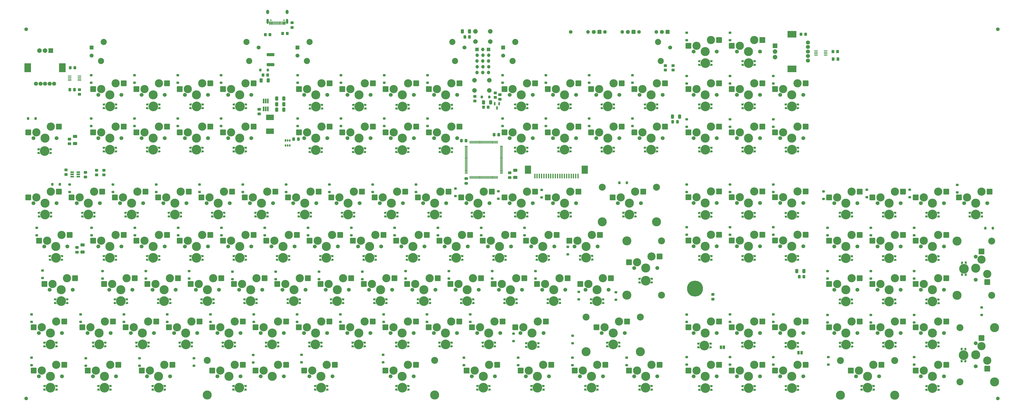
<source format=gbs>
G04 #@! TF.GenerationSoftware,KiCad,Pcbnew,7.0.1*
G04 #@! TF.CreationDate,2023-03-18T22:20:59+01:00*
G04 #@! TF.ProjectId,berlin,6265726c-696e-42e6-9b69-6361645f7063,0.7*
G04 #@! TF.SameCoordinates,Original*
G04 #@! TF.FileFunction,Soldermask,Bot*
G04 #@! TF.FilePolarity,Negative*
%FSLAX46Y46*%
G04 Gerber Fmt 4.6, Leading zero omitted, Abs format (unit mm)*
G04 Created by KiCad (PCBNEW 7.0.1) date 2023-03-18 22:20:59*
%MOMM*%
%LPD*%
G01*
G04 APERTURE LIST*
G04 Aperture macros list*
%AMRoundRect*
0 Rectangle with rounded corners*
0 $1 Rounding radius*
0 $2 $3 $4 $5 $6 $7 $8 $9 X,Y pos of 4 corners*
0 Add a 4 corners polygon primitive as box body*
4,1,4,$2,$3,$4,$5,$6,$7,$8,$9,$2,$3,0*
0 Add four circle primitives for the rounded corners*
1,1,$1+$1,$2,$3*
1,1,$1+$1,$4,$5*
1,1,$1+$1,$6,$7*
1,1,$1+$1,$8,$9*
0 Add four rect primitives between the rounded corners*
20,1,$1+$1,$2,$3,$4,$5,0*
20,1,$1+$1,$4,$5,$6,$7,0*
20,1,$1+$1,$6,$7,$8,$9,0*
20,1,$1+$1,$8,$9,$2,$3,0*%
%AMFreePoly0*
4,1,30,0.664142,0.394142,0.670000,0.380000,0.664142,0.365858,0.650000,0.360000,0.639861,0.360000,0.634589,0.349456,0.637054,0.347963,0.641840,0.336566,0.639014,0.324533,0.590226,0.244034,0.507054,0.075143,0.438918,-0.100353,0.386337,-0.281120,0.368024,-0.373451,0.364615,-0.379544,0.365871,-0.382599,0.359972,-0.396724,0.345813,-0.402541,-0.525058,-0.400000,-0.532121,-0.397049,
-0.539142,-0.394142,-0.539153,-0.394113,-0.539183,-0.394101,-0.542094,-0.387015,-0.545000,-0.380000,-0.545000,0.380000,-0.539142,0.394142,-0.525000,0.400000,0.650000,0.400000,0.664142,0.394142,0.664142,0.394142,$1*%
%AMFreePoly1*
4,1,30,0.359972,0.396724,0.365871,0.382599,0.360054,0.368440,0.348993,0.363820,0.355759,0.340140,0.360464,0.341185,0.371801,0.336259,0.378079,0.325611,0.398169,0.235096,0.453754,0.058186,0.524322,-0.113298,0.609351,-0.278090,0.658787,-0.356530,0.660798,-0.364473,0.664142,-0.365858,0.670000,-0.380000,0.664142,-0.394142,0.650000,-0.400000,-0.525000,-0.400000,-0.539142,-0.394142,
-0.545000,-0.380000,-0.545000,0.380000,-0.542090,0.387022,-0.539183,0.394101,-0.539153,0.394113,-0.539142,0.394142,-0.532121,0.397049,-0.525058,0.400000,0.345813,0.402541,0.359972,0.396724,0.359972,0.396724,$1*%
%AMFreePoly2*
4,1,31,0.575001,0.424979,0.592678,0.417657,0.600000,0.399978,0.592678,0.382301,0.574999,0.374979,0.559850,0.374979,0.541893,0.339064,0.547469,0.335977,0.554005,0.321977,0.551065,0.306808,0.490426,0.197399,0.393857,-0.033392,0.323058,-0.273344,0.301018,-0.396477,0.299621,-0.399085,0.300000,-0.400000,0.292678,-0.417678,0.275000,-0.425000,-0.200000,-0.425000,-0.319736,-0.407785,
-0.429772,-0.357533,-0.521194,-0.278316,-0.586594,-0.176551,-0.620674,-0.060484,-0.620674,0.060484,-0.586594,0.176551,-0.521194,0.278316,-0.429772,0.357533,-0.319736,0.407785,-0.199999,0.425000,0.575001,0.424979,0.575001,0.424979,$1*%
G04 Aperture macros list end*
%ADD10C,4.250000*%
%ADD11FreePoly0,180.000000*%
%ADD12FreePoly1,180.000000*%
%ADD13FreePoly2,0.000000*%
%ADD14FreePoly1,0.000000*%
%ADD15FreePoly0,0.000000*%
%ADD16FreePoly2,180.000000*%
%ADD17C,0.889000*%
%ADD18C,1.778000*%
%ADD19RoundRect,0.177800X-0.711200X-0.711200X0.711200X-0.711200X0.711200X0.711200X-0.711200X0.711200X0*%
%ADD20C,1.800000*%
%ADD21R,2.000000X2.000000*%
%ADD22C,2.000000*%
%ADD23R,4.000000X3.000000*%
%ADD24R,3.000000X4.000000*%
%ADD25FreePoly0,90.000000*%
%ADD26FreePoly1,90.000000*%
%ADD27FreePoly2,270.000000*%
%ADD28FreePoly1,270.000000*%
%ADD29C,1.596000*%
%ADD30R,1.750000X1.750000*%
%ADD31C,1.750000*%
%ADD32C,2.700000*%
%ADD33FreePoly0,270.000000*%
%ADD34FreePoly2,90.000000*%
%ADD35C,0.800000*%
%ADD36C,7.000000*%
%ADD37RoundRect,0.250000X-0.350000X0.250000X-0.350000X-0.250000X0.350000X-0.250000X0.350000X0.250000X0*%
%ADD38C,3.600000*%
%ADD39C,1.701800*%
%ADD40C,3.987800*%
%ADD41RoundRect,0.254000X1.016000X1.016000X-1.016000X1.016000X-1.016000X-1.016000X1.016000X-1.016000X0*%
%ADD42RoundRect,0.250000X0.450000X-0.350000X0.450000X0.350000X-0.450000X0.350000X-0.450000X-0.350000X0*%
%ADD43RoundRect,0.250000X-0.450000X0.350000X-0.450000X-0.350000X0.450000X-0.350000X0.450000X0.350000X0*%
%ADD44RoundRect,0.250000X1.450000X-0.400000X1.450000X0.400000X-1.450000X0.400000X-1.450000X-0.400000X0*%
%ADD45RoundRect,0.250000X0.475000X-0.337500X0.475000X0.337500X-0.475000X0.337500X-0.475000X-0.337500X0*%
%ADD46RoundRect,0.250000X-0.475000X0.337500X-0.475000X-0.337500X0.475000X-0.337500X0.475000X0.337500X0*%
%ADD47R,1.487399X0.431000*%
%ADD48C,3.048000*%
%ADD49RoundRect,0.254000X1.016000X-1.016000X1.016000X1.016000X-1.016000X1.016000X-1.016000X-1.016000X0*%
%ADD50RoundRect,0.250000X-0.412500X-0.650000X0.412500X-0.650000X0.412500X0.650000X-0.412500X0.650000X0*%
%ADD51RoundRect,0.250000X0.650000X-0.412500X0.650000X0.412500X-0.650000X0.412500X-0.650000X-0.412500X0*%
%ADD52R,1.560000X0.650000*%
%ADD53C,0.650000*%
%ADD54RoundRect,0.150000X-0.150000X-0.575000X0.150000X-0.575000X0.150000X0.575000X-0.150000X0.575000X0*%
%ADD55RoundRect,0.075000X-0.075000X-0.650000X0.075000X-0.650000X0.075000X0.650000X-0.075000X0.650000X0*%
%ADD56O,1.100000X2.200000*%
%ADD57O,1.300000X1.900000*%
%ADD58RoundRect,0.250000X0.325000X0.450000X-0.325000X0.450000X-0.325000X-0.450000X0.325000X-0.450000X0*%
%ADD59RoundRect,0.250000X-0.350000X-0.450000X0.350000X-0.450000X0.350000X0.450000X-0.350000X0.450000X0*%
%ADD60RoundRect,0.250000X0.250000X0.350000X-0.250000X0.350000X-0.250000X-0.350000X0.250000X-0.350000X0*%
%ADD61R,1.000000X1.500000*%
%ADD62R,0.650000X1.060000*%
%ADD63RoundRect,0.325000X0.000000X0.205000X0.000000X-0.205000X0.000000X-0.205000X0.000000X0.205000X0*%
%ADD64R,1.524000X1.524000*%
%ADD65O,1.524000X1.524000*%
%ADD66R,1.193800X0.304800*%
%ADD67R,0.304800X1.193800*%
%ADD68RoundRect,0.250000X0.350000X-0.250000X0.350000X0.250000X-0.350000X0.250000X-0.350000X-0.250000X0*%
%ADD69R,3.500000X2.350000*%
%ADD70R,0.650000X2.000000*%
%ADD71RoundRect,0.250000X-0.337500X-0.475000X0.337500X-0.475000X0.337500X0.475000X-0.337500X0.475000X0*%
%ADD72RoundRect,0.150000X-0.150000X0.587500X-0.150000X-0.587500X0.150000X-0.587500X0.150000X0.587500X0*%
%ADD73RoundRect,0.250000X0.350000X0.450000X-0.350000X0.450000X-0.350000X-0.450000X0.350000X-0.450000X0*%
%ADD74RoundRect,0.250000X0.337500X0.475000X-0.337500X0.475000X-0.337500X-0.475000X0.337500X-0.475000X0*%
%ADD75C,1.600000*%
%ADD76O,1.600000X1.600000*%
%ADD77R,0.610000X2.000000*%
%ADD78R,2.680000X3.600000*%
%ADD79RoundRect,0.250000X0.412500X0.650000X-0.412500X0.650000X-0.412500X-0.650000X0.412500X-0.650000X0*%
%ADD80RoundRect,0.250000X-0.450000X0.325000X-0.450000X-0.325000X0.450000X-0.325000X0.450000X0.325000X0*%
%ADD81RoundRect,0.250000X-0.250000X-0.350000X0.250000X-0.350000X0.250000X0.350000X-0.250000X0.350000X0*%
G04 APERTURE END LIST*
D10*
X234212500Y-118065500D03*
D11*
X236879500Y-118865500D03*
D12*
X236854100Y-117265500D03*
D13*
X231647100Y-117265500D03*
D14*
X231570900Y-118865500D03*
D10*
X62762500Y-118080000D03*
D11*
X65429500Y-118880000D03*
D12*
X65404100Y-117280000D03*
D13*
X60197100Y-117280000D03*
D14*
X60120900Y-118880000D03*
D10*
X129275000Y-194275000D03*
D11*
X131942000Y-195075000D03*
D12*
X131916600Y-193475000D03*
D13*
X126709600Y-193475000D03*
D14*
X126633400Y-195075000D03*
D10*
X253262500Y-89490500D03*
D15*
X250595500Y-88690500D03*
D14*
X250620900Y-90290500D03*
D16*
X255827900Y-90290500D03*
D12*
X255904100Y-88690500D03*
D10*
X138962500Y-118065500D03*
D11*
X141629500Y-118865500D03*
D12*
X141604100Y-117265500D03*
D13*
X136397100Y-117265500D03*
D14*
X136320900Y-118865500D03*
D10*
X200975000Y-89725000D03*
D15*
X198308000Y-88925000D03*
D14*
X198333400Y-90525000D03*
D16*
X203540400Y-90525000D03*
D12*
X203616600Y-88925000D03*
D10*
X69874500Y-194265500D03*
D11*
X72541500Y-195065500D03*
D12*
X72516100Y-193465500D03*
D13*
X67309100Y-193465500D03*
D14*
X67232900Y-195065500D03*
D10*
X182015500Y-70567500D03*
D11*
X184682500Y-71367500D03*
D12*
X184657100Y-69767500D03*
D13*
X179450100Y-69767500D03*
D14*
X179373900Y-71367500D03*
D10*
X72325000Y-70455000D03*
D11*
X74992000Y-71255000D03*
D12*
X74966600Y-69655000D03*
D13*
X69759600Y-69655000D03*
D14*
X69683400Y-71255000D03*
D17*
X300205000Y-37675000D03*
X302745000Y-37675000D03*
D18*
X300205000Y-37675000D03*
D19*
X302745000Y-37675000D03*
D10*
X186587500Y-137115500D03*
D15*
X183920500Y-136315500D03*
D14*
X183945900Y-137915500D03*
D16*
X189152900Y-137915500D03*
D12*
X189229100Y-136315500D03*
D10*
X248563500Y-156165500D03*
D11*
X251230500Y-156965500D03*
D12*
X251205100Y-155365500D03*
D13*
X245998100Y-155365500D03*
D14*
X245921900Y-156965500D03*
D10*
X162965500Y-70567500D03*
D11*
X165632500Y-71367500D03*
D12*
X165607100Y-69767500D03*
D13*
X160400100Y-69767500D03*
D14*
X160323900Y-71367500D03*
D20*
X379422000Y-42325000D03*
D21*
X364922000Y-43825000D03*
D22*
X364922000Y-48825000D03*
D20*
X379422000Y-44325000D03*
D22*
X364922000Y-46325000D03*
D20*
X379422000Y-48325000D03*
D23*
X372422000Y-38725000D03*
X372422000Y-53925000D03*
D20*
X379422000Y-50325000D03*
X379422000Y-46325000D03*
D10*
X200975000Y-194275000D03*
D11*
X203642000Y-195075000D03*
D12*
X203616600Y-193475000D03*
D13*
X198409600Y-193475000D03*
D14*
X198333400Y-195075000D03*
D10*
X129437500Y-137115500D03*
D15*
X126770500Y-136315500D03*
D14*
X126795900Y-137915500D03*
D16*
X132002900Y-137915500D03*
D12*
X132079100Y-136315500D03*
D10*
X158012500Y-118065500D03*
D11*
X160679500Y-118865500D03*
D12*
X160654100Y-117265500D03*
D13*
X155447100Y-117265500D03*
D14*
X155370900Y-118865500D03*
D10*
X165251500Y-194265500D03*
D11*
X167918500Y-195065500D03*
D12*
X167893100Y-193465500D03*
D13*
X162686100Y-193465500D03*
D14*
X162609900Y-195065500D03*
D10*
X334288500Y-137115500D03*
D11*
X336955500Y-137915500D03*
D12*
X336930100Y-136315500D03*
D13*
X331723100Y-136315500D03*
D14*
X331646900Y-137915500D03*
D10*
X200938500Y-175215500D03*
D15*
X198271500Y-174415500D03*
D14*
X198296900Y-176015500D03*
D16*
X203503900Y-176015500D03*
D12*
X203580100Y-174415500D03*
D10*
X253262500Y-70440500D03*
D11*
X255929500Y-71240500D03*
D12*
X255904100Y-69640500D03*
D13*
X250697100Y-69640500D03*
D14*
X250620900Y-71240500D03*
D10*
X210463500Y-156165500D03*
D11*
X213130500Y-156965500D03*
D12*
X213105100Y-155365500D03*
D13*
X207898100Y-155365500D03*
D14*
X207821900Y-156965500D03*
D10*
X396137500Y-118065500D03*
D11*
X398804500Y-118865500D03*
D12*
X398779100Y-117265500D03*
D13*
X393572100Y-117265500D03*
D14*
X393495900Y-118865500D03*
D10*
X77113500Y-156165500D03*
D11*
X79780500Y-156965500D03*
D12*
X79755100Y-155365500D03*
D13*
X74548100Y-155365500D03*
D14*
X74471900Y-156965500D03*
D10*
X334288500Y-70440500D03*
D15*
X331621500Y-69640500D03*
D14*
X331646900Y-71240500D03*
D16*
X336853900Y-71240500D03*
D12*
X336930100Y-69640500D03*
D10*
X129475000Y-70455000D03*
D11*
X132142000Y-71255000D03*
D12*
X132116600Y-69655000D03*
D13*
X126909600Y-69655000D03*
D14*
X126833400Y-71255000D03*
D10*
X372388500Y-89490500D03*
D11*
X375055500Y-90290500D03*
D12*
X375030100Y-88690500D03*
D13*
X369823100Y-88690500D03*
D14*
X369746900Y-90290500D03*
D10*
X353338500Y-89490500D03*
D11*
X356005500Y-90290500D03*
D12*
X355980100Y-88690500D03*
D13*
X350773100Y-88690500D03*
D14*
X350696900Y-90290500D03*
D10*
X243737500Y-137115500D03*
D15*
X241070500Y-136315500D03*
D14*
X241095900Y-137915500D03*
D16*
X246302900Y-137915500D03*
D12*
X246379100Y-136315500D03*
D10*
X220125000Y-89725000D03*
D15*
X217458000Y-88925000D03*
D14*
X217483400Y-90525000D03*
D16*
X222690400Y-90525000D03*
D12*
X222766600Y-88925000D03*
D10*
X334288500Y-118192500D03*
D15*
X331621500Y-117392500D03*
D14*
X331646900Y-118992500D03*
D16*
X336853900Y-118992500D03*
D12*
X336930100Y-117392500D03*
D10*
X177062500Y-118065500D03*
D11*
X179729500Y-118865500D03*
D12*
X179704100Y-117265500D03*
D13*
X174497100Y-117265500D03*
D14*
X174420900Y-118865500D03*
D10*
X110387500Y-89490500D03*
D15*
X107720500Y-88690500D03*
D14*
X107745900Y-90290500D03*
D16*
X112952900Y-90290500D03*
D12*
X113029100Y-88690500D03*
D10*
X46125500Y-194265500D03*
D11*
X48792500Y-195065500D03*
D12*
X48767100Y-193465500D03*
D13*
X43560100Y-193465500D03*
D14*
X43483900Y-195065500D03*
D10*
X415187500Y-137242500D03*
D15*
X412520500Y-136442500D03*
D14*
X412545900Y-138042500D03*
D16*
X417752900Y-138042500D03*
D12*
X417829100Y-136442500D03*
D10*
X215162500Y-118065500D03*
D11*
X217829500Y-118865500D03*
D12*
X217804100Y-117265500D03*
D13*
X212597100Y-117265500D03*
D14*
X212520900Y-118865500D03*
D20*
X47750000Y-60433000D03*
D21*
X46250000Y-45933000D03*
D20*
X45750000Y-60433000D03*
D22*
X41250000Y-45933000D03*
X43750000Y-45933000D03*
D20*
X41750000Y-60433000D03*
D24*
X51350000Y-53433000D03*
X36150000Y-53433000D03*
D20*
X39750000Y-60433000D03*
X43750000Y-60433000D03*
D10*
X110387500Y-137115500D03*
D15*
X107720500Y-136315500D03*
D14*
X107745900Y-137915500D03*
D16*
X112952900Y-137915500D03*
D12*
X113029100Y-136315500D03*
D10*
X272312500Y-70440500D03*
D11*
X274979500Y-71240500D03*
D12*
X274954100Y-69640500D03*
D13*
X269747100Y-69640500D03*
D14*
X269670900Y-71240500D03*
D10*
X48538500Y-137115500D03*
D15*
X45871500Y-136315500D03*
D14*
X45896900Y-137915500D03*
D16*
X51103900Y-137915500D03*
D12*
X51180100Y-136315500D03*
D10*
X447905000Y-179905000D03*
D25*
X447105000Y-182572000D03*
D26*
X448705000Y-182546600D03*
D27*
X448705000Y-177339600D03*
D28*
X447105000Y-177263400D03*
D10*
X110425000Y-70455000D03*
D11*
X113092000Y-71255000D03*
D12*
X113066600Y-69655000D03*
D13*
X107859600Y-69655000D03*
D14*
X107783400Y-71255000D03*
D10*
X415187500Y-118065500D03*
D11*
X417854500Y-118865500D03*
D12*
X417829100Y-117265500D03*
D13*
X412622100Y-117265500D03*
D14*
X412545900Y-118865500D03*
D10*
X50824500Y-156165500D03*
D11*
X53491500Y-156965500D03*
D12*
X53466100Y-155365500D03*
D13*
X48259100Y-155365500D03*
D14*
X48182900Y-156965500D03*
D10*
X100862500Y-118080000D03*
D11*
X103529500Y-118880000D03*
D12*
X103504100Y-117280000D03*
D13*
X98297100Y-117280000D03*
D14*
X98220900Y-118880000D03*
D10*
X148487500Y-137115500D03*
D15*
X145820500Y-136315500D03*
D14*
X145845900Y-137915500D03*
D16*
X151052900Y-137915500D03*
D12*
X151129100Y-136315500D03*
D29*
X35475000Y-36475000D03*
D10*
X353338500Y-118192500D03*
D15*
X350671500Y-117392500D03*
D14*
X350696900Y-118992500D03*
D16*
X355903900Y-118992500D03*
D12*
X355980100Y-117392500D03*
D10*
X181761500Y-175215500D03*
D15*
X179094500Y-174415500D03*
D14*
X179119900Y-176015500D03*
D16*
X184326900Y-176015500D03*
D12*
X184403100Y-174415500D03*
D10*
X172236500Y-156165500D03*
D11*
X174903500Y-156965500D03*
D12*
X174878100Y-155365500D03*
D13*
X169671100Y-155365500D03*
D14*
X169594900Y-156965500D03*
D10*
X415285000Y-175295000D03*
D15*
X412618000Y-174495000D03*
D14*
X412643400Y-176095000D03*
D16*
X417850400Y-176095000D03*
D12*
X417926600Y-174495000D03*
D10*
X353255000Y-175295000D03*
D15*
X350588000Y-174495000D03*
D14*
X350613400Y-176095000D03*
D16*
X355820400Y-176095000D03*
D12*
X355896600Y-174495000D03*
D10*
X72287500Y-137115500D03*
D15*
X69620500Y-136315500D03*
D14*
X69645900Y-137915500D03*
D16*
X74852900Y-137915500D03*
D12*
X74929100Y-136315500D03*
D10*
X353338500Y-194392500D03*
D11*
X356005500Y-195192500D03*
D12*
X355980100Y-193592500D03*
D13*
X350773100Y-193592500D03*
D14*
X350696900Y-195192500D03*
D10*
X286663500Y-156165500D03*
D15*
X283996500Y-155365500D03*
D14*
X284021900Y-156965500D03*
D16*
X289228900Y-156965500D03*
D12*
X289305100Y-155365500D03*
D30*
X64221250Y-44575000D03*
D31*
X64221250Y-48075000D03*
X137721250Y-44575000D03*
D32*
X133571250Y-50525000D03*
X68371250Y-50525000D03*
X69571250Y-42125000D03*
X132371250Y-42125000D03*
D10*
X86638500Y-175215500D03*
D15*
X83971500Y-174415500D03*
D14*
X83996900Y-176015500D03*
D16*
X89203900Y-176015500D03*
D12*
X89280100Y-174415500D03*
D10*
X224687500Y-137115500D03*
D15*
X222020500Y-136315500D03*
D14*
X222045900Y-137915500D03*
D16*
X227252900Y-137915500D03*
D12*
X227329100Y-136315500D03*
D10*
X353338500Y-137115500D03*
D11*
X356005500Y-137915500D03*
D12*
X355980100Y-136315500D03*
D13*
X350773100Y-136315500D03*
D14*
X350696900Y-137915500D03*
D17*
X317745000Y-37675000D03*
X315205000Y-37675000D03*
D18*
X315205000Y-37675000D03*
D19*
X317745000Y-37675000D03*
D10*
X300887500Y-118065500D03*
D15*
X298220500Y-117265500D03*
D14*
X298245900Y-118865500D03*
D16*
X303452900Y-118865500D03*
D12*
X303529100Y-117265500D03*
D10*
X262787500Y-137115500D03*
D15*
X260120500Y-136315500D03*
D14*
X260145900Y-137915500D03*
D16*
X265352900Y-137915500D03*
D12*
X265429100Y-136315500D03*
D10*
X372388500Y-118192500D03*
D15*
X369721500Y-117392500D03*
D14*
X369746900Y-118992500D03*
D16*
X374953900Y-118992500D03*
D12*
X375030100Y-117392500D03*
D10*
X93750500Y-194265500D03*
D11*
X96417500Y-195065500D03*
D12*
X96392100Y-193465500D03*
D13*
X91185100Y-193465500D03*
D14*
X91108900Y-195065500D03*
D10*
X448065000Y-141905000D03*
D33*
X448865000Y-139238000D03*
D28*
X447265000Y-139263400D03*
D34*
X447265000Y-144470400D03*
D26*
X448865000Y-144546600D03*
D10*
X229513500Y-156165500D03*
D11*
X232180500Y-156965500D03*
D12*
X232155100Y-155365500D03*
D13*
X226948100Y-155365500D03*
D14*
X226871900Y-156965500D03*
D10*
X434237500Y-194392500D03*
D11*
X436904500Y-195192500D03*
D12*
X436879100Y-193592500D03*
D13*
X431672100Y-193592500D03*
D14*
X431595900Y-195192500D03*
D10*
X372388500Y-194392500D03*
D11*
X375055500Y-195192500D03*
D12*
X375030100Y-193592500D03*
D13*
X369823100Y-193592500D03*
D14*
X369746900Y-195192500D03*
D17*
X285205000Y-37675000D03*
X287745000Y-37675000D03*
D18*
X285205000Y-37675000D03*
D19*
X287745000Y-37675000D03*
D10*
X220115500Y-70567500D03*
D11*
X222782500Y-71367500D03*
D12*
X222757100Y-69767500D03*
D13*
X217550100Y-69767500D03*
D14*
X217473900Y-71367500D03*
D10*
X434237500Y-137242500D03*
D15*
X431570500Y-136442500D03*
D14*
X431595900Y-138042500D03*
D16*
X436802900Y-138042500D03*
D12*
X436879100Y-136442500D03*
D10*
X453287500Y-118065500D03*
D11*
X455954500Y-118865500D03*
D12*
X455929100Y-117265500D03*
D13*
X450722100Y-117265500D03*
D14*
X450645900Y-118865500D03*
D10*
X405700000Y-194280000D03*
D11*
X408367000Y-195080000D03*
D12*
X408341600Y-193480000D03*
D13*
X403134600Y-193480000D03*
D14*
X403058400Y-195080000D03*
D35*
X331631155Y-148818845D03*
X329775000Y-153300000D03*
X332400000Y-150675000D03*
X327918845Y-152531155D03*
X327918845Y-148818845D03*
X329775000Y-148050000D03*
X331631155Y-152531155D03*
X327150000Y-150675000D03*
D36*
X329775000Y-150675000D03*
D29*
X462975000Y-198975000D03*
D10*
X434237500Y-175215500D03*
D15*
X431570500Y-174415500D03*
D14*
X431595900Y-176015500D03*
D16*
X436802900Y-176015500D03*
D12*
X436879100Y-174415500D03*
D10*
X191286500Y-156165500D03*
D11*
X193953500Y-156965500D03*
D12*
X193928100Y-155365500D03*
D13*
X188721100Y-155365500D03*
D14*
X188644900Y-156965500D03*
D10*
X434237500Y-118065500D03*
D11*
X436904500Y-118865500D03*
D12*
X436879100Y-117265500D03*
D13*
X431672100Y-117265500D03*
D14*
X431595900Y-118865500D03*
D10*
X293775500Y-175215500D03*
D15*
X291108500Y-174415500D03*
D14*
X291133900Y-176015500D03*
D16*
X296340900Y-176015500D03*
D12*
X296417100Y-174415500D03*
D22*
X233125000Y-37425000D03*
X239625000Y-37425000D03*
X239625000Y-41925000D03*
X233125000Y-41925000D03*
D10*
X434237500Y-156292500D03*
D11*
X436904500Y-157092500D03*
D12*
X436879100Y-155492500D03*
D13*
X431672100Y-155492500D03*
D14*
X431595900Y-157092500D03*
D10*
X272312500Y-89490500D03*
D15*
X269645500Y-88690500D03*
D14*
X269670900Y-90290500D03*
D16*
X274877900Y-90290500D03*
D12*
X274954100Y-88690500D03*
D10*
X105688500Y-175215500D03*
D15*
X103021500Y-174415500D03*
D14*
X103046900Y-176015500D03*
D16*
X108253900Y-176015500D03*
D12*
X108330100Y-174415500D03*
D10*
X281825000Y-137025000D03*
D11*
X284492000Y-137825000D03*
D12*
X284466600Y-136225000D03*
D13*
X279259600Y-136225000D03*
D14*
X279183400Y-137825000D03*
D10*
X372388500Y-137115500D03*
D11*
X375055500Y-137915500D03*
D12*
X375030100Y-136315500D03*
D13*
X369823100Y-136315500D03*
D14*
X369746900Y-137915500D03*
D10*
X372350000Y-175400000D03*
D15*
X369683000Y-174600000D03*
D14*
X369708400Y-176200000D03*
D16*
X374915400Y-176200000D03*
D12*
X374991600Y-174600000D03*
D10*
X267613500Y-156165500D03*
D11*
X270280500Y-156965500D03*
D12*
X270255100Y-155365500D03*
D13*
X265048100Y-155365500D03*
D14*
X264971900Y-156965500D03*
D10*
X143661500Y-175215500D03*
D15*
X140994500Y-174415500D03*
D14*
X141019900Y-176015500D03*
D16*
X146226900Y-176015500D03*
D12*
X146303100Y-174415500D03*
D10*
X372388500Y-70440500D03*
D15*
X369721500Y-69640500D03*
D14*
X369746900Y-71240500D03*
D16*
X374953900Y-71240500D03*
D12*
X375030100Y-69640500D03*
D10*
X67588500Y-175215500D03*
D15*
X64921500Y-174415500D03*
D14*
X64946900Y-176015500D03*
D16*
X70153900Y-176015500D03*
D12*
X70230100Y-174415500D03*
D10*
X291362500Y-70440500D03*
D11*
X294029500Y-71240500D03*
D12*
X294004100Y-69640500D03*
D13*
X288797100Y-69640500D03*
D14*
X288720900Y-71240500D03*
D10*
X46125500Y-175215500D03*
D15*
X43458500Y-174415500D03*
D14*
X43483900Y-176015500D03*
D16*
X48690900Y-176015500D03*
D12*
X48767100Y-174415500D03*
D10*
X260412000Y-194265500D03*
D11*
X263079000Y-195065500D03*
D12*
X263053600Y-193465500D03*
D13*
X257846600Y-193465500D03*
D14*
X257770400Y-195065500D03*
D10*
X96163500Y-156165500D03*
D11*
X98830500Y-156965500D03*
D12*
X98805100Y-155365500D03*
D13*
X93598100Y-155365500D03*
D14*
X93521900Y-156965500D03*
D29*
X35475000Y-198975000D03*
D10*
X181925000Y-89725000D03*
D15*
X179258000Y-88925000D03*
D14*
X179283400Y-90525000D03*
D16*
X184490400Y-90525000D03*
D12*
X184566600Y-88925000D03*
D10*
X43712500Y-118080000D03*
D11*
X46379500Y-118880000D03*
D12*
X46354100Y-117280000D03*
D13*
X41147100Y-117280000D03*
D14*
X41070900Y-118880000D03*
D10*
X396235000Y-175295000D03*
D15*
X393568000Y-174495000D03*
D14*
X393593400Y-176095000D03*
D16*
X398800400Y-176095000D03*
D12*
X398876600Y-174495000D03*
D10*
X333925000Y-175675000D03*
D15*
X331258000Y-174875000D03*
D14*
X331283400Y-176475000D03*
D16*
X336490400Y-176475000D03*
D12*
X336566600Y-174875000D03*
D10*
X310412500Y-89490500D03*
D15*
X307745500Y-88690500D03*
D14*
X307770900Y-90290500D03*
D16*
X312977900Y-90290500D03*
D12*
X313054100Y-88690500D03*
D10*
X91337500Y-137115500D03*
D15*
X88670500Y-136315500D03*
D14*
X88695900Y-137915500D03*
D16*
X93902900Y-137915500D03*
D12*
X93979100Y-136315500D03*
D10*
X129437500Y-89490500D03*
D15*
X126770500Y-88690500D03*
D14*
X126795900Y-90290500D03*
D16*
X132002900Y-90290500D03*
D12*
X132079100Y-88690500D03*
D10*
X253262500Y-118065500D03*
D11*
X255929500Y-118865500D03*
D12*
X255904100Y-117265500D03*
D13*
X250697100Y-117265500D03*
D14*
X250620900Y-118865500D03*
D10*
X308037000Y-147148500D03*
D15*
X305370000Y-146348500D03*
D14*
X305395400Y-147948500D03*
D16*
X310602400Y-147948500D03*
D12*
X310678600Y-146348500D03*
D10*
X334288500Y-194392500D03*
D11*
X336955500Y-195192500D03*
D12*
X336930100Y-193592500D03*
D13*
X331723100Y-193592500D03*
D14*
X331646900Y-195192500D03*
D10*
X43575000Y-90125000D03*
D15*
X40908000Y-89325000D03*
D14*
X40933400Y-90925000D03*
D16*
X46140400Y-90925000D03*
D12*
X46216600Y-89325000D03*
D10*
X310412500Y-70440500D03*
D11*
X313079500Y-71240500D03*
D12*
X313054100Y-69640500D03*
D13*
X307847100Y-69640500D03*
D14*
X307770900Y-71240500D03*
D10*
X91375000Y-70455000D03*
D11*
X94042000Y-71255000D03*
D12*
X94016600Y-69655000D03*
D13*
X88809600Y-69655000D03*
D14*
X88733400Y-71255000D03*
D10*
X119912500Y-118065500D03*
D11*
X122579500Y-118865500D03*
D12*
X122554100Y-117265500D03*
D13*
X117347100Y-117265500D03*
D14*
X117270900Y-118865500D03*
D10*
X258135000Y-175515000D03*
D15*
X255468000Y-174715000D03*
D14*
X255493400Y-176315000D03*
D16*
X260700400Y-176315000D03*
D12*
X260776600Y-174715000D03*
D10*
X396137500Y-137242500D03*
D15*
X393470500Y-136442500D03*
D14*
X393495900Y-138042500D03*
D16*
X398702900Y-138042500D03*
D12*
X398779100Y-136442500D03*
D10*
X334288500Y-89490500D03*
D11*
X336955500Y-90290500D03*
D12*
X336930100Y-88690500D03*
D13*
X331723100Y-88690500D03*
D14*
X331646900Y-90290500D03*
D10*
X115213500Y-156165500D03*
D11*
X117880500Y-156965500D03*
D12*
X117855100Y-155365500D03*
D13*
X112648100Y-155365500D03*
D14*
X112571900Y-156965500D03*
D10*
X236625500Y-194265500D03*
D11*
X239292500Y-195065500D03*
D12*
X239267100Y-193465500D03*
D13*
X234060100Y-193465500D03*
D14*
X233983900Y-195065500D03*
D10*
X134136500Y-156165500D03*
D11*
X136803500Y-156965500D03*
D12*
X136778100Y-155365500D03*
D13*
X131571100Y-155365500D03*
D14*
X131494900Y-156965500D03*
D10*
X205637500Y-137115500D03*
D15*
X202970500Y-136315500D03*
D14*
X202995900Y-137915500D03*
D16*
X208202900Y-137915500D03*
D12*
X208279100Y-136315500D03*
D10*
X91337500Y-89490500D03*
D15*
X88670500Y-88690500D03*
D14*
X88695900Y-90290500D03*
D16*
X93902900Y-90290500D03*
D12*
X93979100Y-88690500D03*
D10*
X284161000Y-194265500D03*
D11*
X286828000Y-195065500D03*
D12*
X286802600Y-193465500D03*
D13*
X281595600Y-193465500D03*
D14*
X281519400Y-195065500D03*
D10*
X167537500Y-137115500D03*
D15*
X164870500Y-136315500D03*
D14*
X164895900Y-137915500D03*
D16*
X170102900Y-137915500D03*
D12*
X170179100Y-136315500D03*
D30*
X245291500Y-44575000D03*
D31*
X245291500Y-48075000D03*
X318791500Y-44575000D03*
D32*
X313441500Y-42125000D03*
X314641500Y-50525000D03*
X249441500Y-50525000D03*
X250641500Y-42125000D03*
D10*
X396137500Y-156292500D03*
D11*
X398804500Y-157092500D03*
D12*
X398779100Y-155492500D03*
D13*
X393572100Y-155492500D03*
D14*
X393495900Y-157092500D03*
D10*
X291362500Y-89490500D03*
D15*
X288695500Y-88690500D03*
D14*
X288720900Y-90290500D03*
D16*
X293927900Y-90290500D03*
D12*
X294004100Y-88690500D03*
D10*
X272350000Y-118080000D03*
D11*
X275017000Y-118880000D03*
D12*
X274991600Y-117280000D03*
D13*
X269784600Y-117280000D03*
D14*
X269708400Y-118880000D03*
D10*
X219988500Y-175215500D03*
D15*
X217321500Y-174415500D03*
D14*
X217346900Y-176015500D03*
D16*
X222553900Y-176015500D03*
D12*
X222630100Y-174415500D03*
D10*
X124611500Y-175215500D03*
D15*
X121944500Y-174415500D03*
D14*
X121969900Y-176015500D03*
D16*
X127176900Y-176015500D03*
D12*
X127253100Y-174415500D03*
D10*
X162875000Y-89725000D03*
D15*
X160208000Y-88925000D03*
D14*
X160233400Y-90525000D03*
D16*
X165440400Y-90525000D03*
D12*
X165516600Y-88925000D03*
D10*
X239038500Y-175215500D03*
D15*
X236371500Y-174415500D03*
D14*
X236396900Y-176015500D03*
D16*
X241603900Y-176015500D03*
D12*
X241680100Y-174415500D03*
D10*
X353338500Y-51390500D03*
D11*
X356005500Y-52190500D03*
D12*
X355980100Y-50590500D03*
D13*
X350773100Y-50590500D03*
D14*
X350696900Y-52190500D03*
D10*
X307999500Y-194265500D03*
D11*
X310666500Y-195065500D03*
D12*
X310641100Y-193465500D03*
D13*
X305434100Y-193465500D03*
D14*
X305357900Y-195065500D03*
D10*
X81812500Y-118080000D03*
D11*
X84479500Y-118880000D03*
D12*
X84454100Y-117280000D03*
D13*
X79247100Y-117280000D03*
D14*
X79170900Y-118880000D03*
D10*
X153186500Y-156165500D03*
D11*
X155853500Y-156965500D03*
D12*
X155828100Y-155365500D03*
D13*
X150621100Y-155365500D03*
D14*
X150544900Y-156965500D03*
D30*
X154804000Y-44575000D03*
D31*
X154804000Y-48075000D03*
X228304000Y-44575000D03*
D32*
X224154000Y-50525000D03*
X158954000Y-50525000D03*
X160154000Y-42125000D03*
X222954000Y-42125000D03*
D10*
X334288500Y-51390500D03*
D11*
X336955500Y-52190500D03*
D12*
X336930100Y-50590500D03*
D13*
X331723100Y-50590500D03*
D14*
X331646900Y-52190500D03*
D10*
X201065500Y-70567500D03*
D11*
X203732500Y-71367500D03*
D12*
X203707100Y-69767500D03*
D13*
X198500100Y-69767500D03*
D14*
X198423900Y-71367500D03*
D10*
X162711500Y-175215500D03*
D15*
X160044500Y-174415500D03*
D14*
X160069900Y-176015500D03*
D16*
X165276900Y-176015500D03*
D12*
X165353100Y-174415500D03*
D10*
X353338500Y-70440500D03*
D15*
X350671500Y-69640500D03*
D14*
X350696900Y-71240500D03*
D16*
X355903900Y-71240500D03*
D12*
X355980100Y-69640500D03*
D29*
X462975000Y-36475000D03*
D10*
X196112500Y-118065500D03*
D11*
X198779500Y-118865500D03*
D12*
X198754100Y-117265500D03*
D13*
X193547100Y-117265500D03*
D14*
X193470900Y-118865500D03*
D10*
X415187500Y-156292500D03*
D11*
X417854500Y-157092500D03*
D12*
X417829100Y-155492500D03*
D13*
X412622100Y-155492500D03*
D14*
X412545900Y-157092500D03*
D10*
X72287500Y-89490500D03*
D15*
X69620500Y-88690500D03*
D14*
X69645900Y-90290500D03*
D16*
X74852900Y-90290500D03*
D12*
X74929100Y-88690500D03*
D37*
X149795000Y-104873000D03*
X149795000Y-108173000D03*
D38*
X168495750Y-148591750D03*
D39*
X177385750Y-151131750D03*
D38*
X174845750Y-146051750D03*
D39*
X167225750Y-151131750D03*
D40*
X172305750Y-151131750D03*
D41*
X178401750Y-146051750D03*
X164939750Y-148591750D03*
D37*
X264095000Y-56740000D03*
X264095000Y-60040000D03*
D40*
X281843250Y-132081750D03*
D39*
X286923250Y-132081750D03*
D38*
X284383250Y-127001750D03*
D39*
X276763250Y-132081750D03*
D38*
X278033250Y-129541750D03*
D41*
X287939250Y-127001750D03*
X274477250Y-129541750D03*
D37*
X364171000Y-104873000D03*
X364171000Y-108173000D03*
X111695000Y-104873000D03*
X111695000Y-108173000D03*
D42*
X320125000Y-54475000D03*
X320125000Y-52475000D03*
D37*
X302195000Y-75790000D03*
X302195000Y-79090000D03*
D43*
X69625000Y-98575000D03*
X69625000Y-100575000D03*
D37*
X37781000Y-162023000D03*
X37781000Y-165323000D03*
X154875000Y-75790000D03*
X154875000Y-79090000D03*
X243190800Y-107819400D03*
X243190800Y-111119400D03*
D38*
X146270750Y-165101750D03*
D39*
X138650750Y-170181750D03*
D40*
X143730750Y-170181750D03*
D38*
X139920750Y-167641750D03*
D39*
X148810750Y-170181750D03*
D41*
X149826750Y-165101750D03*
X136364750Y-167641750D03*
D38*
X274858250Y-79376750D03*
D39*
X277398250Y-84456750D03*
D38*
X268508250Y-81916750D03*
D40*
X272318250Y-84456750D03*
D39*
X267238250Y-84456750D03*
D41*
X278414250Y-79376750D03*
X264952250Y-81916750D03*
D44*
X142937000Y-52106000D03*
X142937000Y-47656000D03*
D37*
X54545000Y-104873000D03*
X54545000Y-108173000D03*
D38*
X392333250Y-167673500D03*
D39*
X401223250Y-170213500D03*
D40*
X396143250Y-170213500D03*
D39*
X391063250Y-170213500D03*
D38*
X398683250Y-165133500D03*
D41*
X402239250Y-165133500D03*
X388777250Y-167673500D03*
D37*
X192975000Y-75790000D03*
X192975000Y-79090000D03*
D40*
X353280750Y-170213500D03*
D39*
X348200750Y-170213500D03*
D38*
X355820750Y-165133500D03*
D39*
X358360750Y-170213500D03*
D38*
X349470750Y-167673500D03*
D41*
X359376750Y-165133500D03*
X345914750Y-167673500D03*
D37*
X364171000Y-57121000D03*
X364171000Y-60421000D03*
D40*
X177068250Y-113031750D03*
D38*
X173258250Y-110491750D03*
X179608250Y-107951750D03*
D39*
X182148250Y-113031750D03*
X171988250Y-113031750D03*
D41*
X183164250Y-107951750D03*
X169702250Y-110491750D03*
D37*
X245045000Y-75790000D03*
X245045000Y-79090000D03*
X326071000Y-123669000D03*
X326071000Y-126969000D03*
D45*
X248195000Y-101782500D03*
X248195000Y-99707500D03*
D40*
X138968250Y-113031750D03*
D38*
X141508250Y-107951750D03*
D39*
X133888250Y-113031750D03*
X144048250Y-113031750D03*
D38*
X135158250Y-110491750D03*
D41*
X145064250Y-107951750D03*
X131602250Y-110491750D03*
D37*
X40067000Y-123923000D03*
X40067000Y-127223000D03*
D38*
X349502500Y-129510000D03*
X355852500Y-126970000D03*
D39*
X348232500Y-132050000D03*
D40*
X353312500Y-132050000D03*
D39*
X358392500Y-132050000D03*
D41*
X359408500Y-126970000D03*
X345946500Y-129510000D03*
D37*
X206945000Y-104873000D03*
X206945000Y-108173000D03*
X455865000Y-158975000D03*
X455865000Y-162275000D03*
D46*
X229043000Y-102234300D03*
X229043000Y-104309300D03*
D37*
X64070000Y-75790000D03*
X64070000Y-79090000D03*
D38*
X112933250Y-60326750D03*
D39*
X115473250Y-65406750D03*
X105313250Y-65406750D03*
D40*
X110393250Y-65406750D03*
D38*
X106583250Y-62866750D03*
D41*
X116489250Y-60326750D03*
X103027250Y-62866750D03*
D38*
X249458410Y-62866750D03*
D39*
X248188410Y-65406750D03*
X258348410Y-65406750D03*
D38*
X255808410Y-60326750D03*
D40*
X253268410Y-65406750D03*
D41*
X259364410Y-60326750D03*
X245902410Y-62866750D03*
D37*
X116521000Y-162023000D03*
X116521000Y-165323000D03*
D47*
X382992400Y-47934999D03*
X382992400Y-47285001D03*
X382992400Y-46634999D03*
X382992400Y-45985001D03*
X387259600Y-45985001D03*
X387259600Y-46634999D03*
X387259600Y-47285001D03*
X387259600Y-47934999D03*
D48*
X460278250Y-153576500D03*
D39*
X453293250Y-136558500D03*
D40*
X445038250Y-129700500D03*
D38*
X458373250Y-144178500D03*
X455833250Y-137828500D03*
D40*
X453293250Y-141638500D03*
D39*
X453293250Y-146718500D03*
D48*
X460278250Y-129700500D03*
D40*
X445038250Y-153576500D03*
D49*
X458373250Y-147734500D03*
X455833250Y-134272500D03*
D37*
X121347000Y-123923000D03*
X121347000Y-127223000D03*
D39*
X296448250Y-65406750D03*
D38*
X293908250Y-60326750D03*
X287558250Y-62866750D03*
D39*
X286288250Y-65406750D03*
D40*
X291368250Y-65406750D03*
D41*
X297464250Y-60326750D03*
X284002250Y-62866750D03*
D40*
X129445000Y-84455000D03*
D38*
X125635000Y-81915000D03*
X131985000Y-79375000D03*
D39*
X124365000Y-84455000D03*
X134525000Y-84455000D03*
D41*
X135541000Y-79375000D03*
X122079000Y-81915000D03*
D37*
X251903000Y-181073000D03*
X251903000Y-184373000D03*
D38*
X430433250Y-148623500D03*
D39*
X439323250Y-151163500D03*
X429163250Y-151163500D03*
D40*
X434243250Y-151163500D03*
D38*
X436783250Y-146083500D03*
D41*
X440339250Y-146083500D03*
X426877250Y-148623500D03*
D38*
X336802500Y-41245000D03*
D40*
X334262500Y-46325000D03*
D38*
X330452500Y-43785000D03*
D39*
X339342500Y-46325000D03*
X329182500Y-46325000D03*
D41*
X340358500Y-41245000D03*
X326896500Y-43785000D03*
D38*
X160558250Y-107951750D03*
X154208250Y-110491750D03*
D40*
X158018250Y-113031750D03*
D39*
X152938250Y-113031750D03*
X163098250Y-113031750D03*
D41*
X164114250Y-107951750D03*
X150652250Y-110491750D03*
D40*
X334262500Y-113000000D03*
D38*
X336802500Y-107920000D03*
D39*
X329182500Y-113000000D03*
X339342500Y-113000000D03*
D38*
X330452500Y-110460000D03*
D41*
X340358500Y-107920000D03*
X326896500Y-110460000D03*
D37*
X326071000Y-76171000D03*
X326071000Y-79471000D03*
D50*
X236712500Y-68675000D03*
X239837500Y-68675000D03*
D43*
X66425000Y-98575000D03*
X66425000Y-100575000D03*
D37*
X159447000Y-123923000D03*
X159447000Y-127223000D03*
X388047000Y-123923000D03*
X388047000Y-127223000D03*
X145223000Y-143227000D03*
X145223000Y-146527000D03*
X262240800Y-107235200D03*
X262240800Y-110535200D03*
D39*
X134523250Y-132081750D03*
D38*
X131983250Y-127001750D03*
D40*
X129443250Y-132081750D03*
D39*
X124363250Y-132081750D03*
D38*
X125633250Y-129541750D03*
D41*
X135539250Y-127001750D03*
X122077250Y-129541750D03*
D39*
X265492000Y-189231750D03*
D38*
X262952000Y-184151750D03*
D40*
X260412000Y-189231750D03*
D38*
X256602000Y-186691750D03*
D39*
X255332000Y-189231750D03*
D41*
X266508000Y-184151750D03*
X253046000Y-186691750D03*
D37*
X102297000Y-123923000D03*
X102297000Y-127223000D03*
D51*
X56975000Y-86837500D03*
X56975000Y-83712500D03*
D38*
X63720750Y-167641750D03*
X70070750Y-165101750D03*
D39*
X62450750Y-170181750D03*
D40*
X67530750Y-170181750D03*
D39*
X72610750Y-170181750D03*
D41*
X73626750Y-165101750D03*
X60164750Y-167641750D03*
D38*
X265333250Y-127001750D03*
X258983250Y-129541750D03*
D40*
X262793250Y-132081750D03*
D39*
X267873250Y-132081750D03*
X257713250Y-132081750D03*
D41*
X268889250Y-127001750D03*
X255427250Y-129541750D03*
D37*
X228027000Y-181073000D03*
X228027000Y-184373000D03*
D40*
X124675000Y-189225000D03*
D39*
X129755000Y-189225000D03*
D38*
X120865000Y-186685000D03*
D39*
X119595000Y-189225000D03*
D38*
X127215000Y-184145000D03*
D41*
X130771000Y-184145000D03*
X117309000Y-186685000D03*
D38*
X130395750Y-148591750D03*
X136745750Y-146051750D03*
D39*
X129125750Y-151131750D03*
X139285750Y-151131750D03*
D40*
X134205750Y-151131750D03*
D41*
X140301750Y-146051750D03*
X126839750Y-148591750D03*
D52*
X58341000Y-99429000D03*
X58341000Y-100379000D03*
X58341000Y-101329000D03*
X55641000Y-101329000D03*
X55641000Y-100379000D03*
X55641000Y-99429000D03*
D37*
X73595000Y-104873000D03*
X73595000Y-108173000D03*
D40*
X186593250Y-132081750D03*
D38*
X182783250Y-129541750D03*
D39*
X191673250Y-132081750D03*
X181513250Y-132081750D03*
D38*
X189133250Y-127001750D03*
D41*
X192689250Y-127001750D03*
X179227250Y-129541750D03*
D37*
X183323000Y-143227000D03*
X183323000Y-146527000D03*
X164273000Y-143227000D03*
X164273000Y-146527000D03*
X192721000Y-162023000D03*
X192721000Y-165323000D03*
X130745000Y-104873000D03*
X130745000Y-108173000D03*
D40*
X162780750Y-170181750D03*
D39*
X157700750Y-170181750D03*
D38*
X158970750Y-167641750D03*
D39*
X167860750Y-170181750D03*
D38*
X165320750Y-165101750D03*
D41*
X168876750Y-165101750D03*
X155414750Y-167641750D03*
D37*
X426147000Y-180819000D03*
X426147000Y-184119000D03*
X202373000Y-142973000D03*
X202373000Y-146273000D03*
D22*
X232725000Y-58925000D03*
X239225000Y-58925000D03*
X232725000Y-63425000D03*
X239225000Y-63425000D03*
D39*
X263110750Y-170181750D03*
D38*
X260570750Y-165101750D03*
D40*
X258030750Y-170181750D03*
D39*
X252950750Y-170181750D03*
D38*
X254220750Y-167641750D03*
D41*
X264126750Y-165101750D03*
X250664750Y-167641750D03*
D37*
X192975000Y-56740000D03*
X192975000Y-60040000D03*
D38*
X312958250Y-60326750D03*
D39*
X315498250Y-65406750D03*
D38*
X306608250Y-62866750D03*
D39*
X305338250Y-65406750D03*
D40*
X310418250Y-65406750D03*
D41*
X316514250Y-60326750D03*
X303052250Y-62866750D03*
D37*
X102170000Y-75790000D03*
X102170000Y-79090000D03*
X388047000Y-142973000D03*
X388047000Y-146273000D03*
D39*
X377442500Y-84425000D03*
D40*
X372362500Y-84425000D03*
D38*
X368552500Y-81885000D03*
D39*
X367282500Y-84425000D03*
D38*
X374902500Y-79345000D03*
D41*
X378458500Y-79345000D03*
X364996500Y-81885000D03*
D37*
X264095000Y-75790000D03*
X264095000Y-79090000D03*
D45*
X54515000Y-86902500D03*
X54515000Y-84827500D03*
D53*
X143095000Y-32521500D03*
X148875000Y-32521500D03*
D54*
X142735000Y-33847500D03*
X143535000Y-33847500D03*
D55*
X144735000Y-33847500D03*
X145731000Y-33847500D03*
X146235000Y-33847500D03*
X147235000Y-33847500D03*
D54*
X149235000Y-33847500D03*
X148435000Y-33847500D03*
D55*
X147735000Y-33847500D03*
X146735000Y-33847500D03*
X145235000Y-33847500D03*
X144235000Y-33847500D03*
D56*
X141685000Y-33072500D03*
D57*
X150285000Y-28872500D03*
X141685000Y-28872500D03*
D56*
X150285000Y-33072500D03*
D58*
X56840000Y-53437000D03*
X54790000Y-53437000D03*
D37*
X156625000Y-179775000D03*
X156625000Y-183075000D03*
X426147000Y-162277000D03*
X426147000Y-165577000D03*
D38*
X287558250Y-81916750D03*
X293908250Y-79376750D03*
D39*
X296448250Y-84456750D03*
D40*
X291368250Y-84456750D03*
D39*
X286288250Y-84456750D03*
D41*
X297464250Y-79376750D03*
X284002250Y-81916750D03*
D38*
X68483250Y-81916750D03*
D40*
X72293250Y-84456750D03*
D38*
X74833250Y-79376750D03*
D39*
X67213250Y-84456750D03*
X77373250Y-84456750D03*
D41*
X78389250Y-79376750D03*
X64927250Y-81916750D03*
D59*
X139651000Y-56653000D03*
X141651000Y-56653000D03*
D38*
X72452000Y-184151750D03*
X66102000Y-186691750D03*
D39*
X64832000Y-189231750D03*
X74992000Y-189231750D03*
D40*
X69912000Y-189231750D03*
D41*
X76008000Y-184151750D03*
X62546000Y-186691750D03*
D60*
X39558000Y-75789000D03*
X36258000Y-75789000D03*
D39*
X248823250Y-132081750D03*
D40*
X243743250Y-132081750D03*
D38*
X239933250Y-129541750D03*
X246283250Y-127001750D03*
D39*
X238663250Y-132081750D03*
D41*
X249839250Y-127001750D03*
X236377250Y-129541750D03*
D40*
X286605750Y-151131750D03*
D39*
X291685750Y-151131750D03*
D38*
X289145750Y-146051750D03*
X282795750Y-148591750D03*
D39*
X281525750Y-151131750D03*
D41*
X292701750Y-146051750D03*
X279239750Y-148591750D03*
D37*
X407097000Y-123923000D03*
X407097000Y-127223000D03*
D48*
X446308250Y-167800500D03*
D40*
X461548250Y-167800500D03*
D39*
X453293250Y-184818500D03*
D40*
X461548250Y-191676500D03*
D39*
X453293250Y-174658500D03*
D48*
X446308250Y-191676500D03*
D38*
X458373250Y-182278500D03*
X455833250Y-175928500D03*
D40*
X453293250Y-179738500D03*
D49*
X458373250Y-185834500D03*
X455833250Y-172372500D03*
D40*
X334235000Y-170215000D03*
D39*
X339315000Y-170215000D03*
D38*
X330425000Y-167675000D03*
X336775000Y-165135000D03*
D39*
X329155000Y-170215000D03*
D41*
X340331000Y-165135000D03*
X326869000Y-167675000D03*
D61*
X375325000Y-178825000D03*
X376625000Y-178825000D03*
D37*
X345121000Y-123669000D03*
X345121000Y-126969000D03*
X345121000Y-162023000D03*
X345121000Y-165323000D03*
D62*
X149541000Y-85441000D03*
D63*
X150491000Y-85441000D03*
X151441000Y-85441000D03*
X151441000Y-87641000D03*
X150491000Y-87641000D03*
X149541000Y-87641000D03*
D37*
X135375000Y-179825000D03*
X135375000Y-183125000D03*
X211771000Y-162023000D03*
X211771000Y-165323000D03*
D64*
X238885500Y-45410600D03*
X233809500Y-45410600D03*
D65*
X236345500Y-45410600D03*
X233936500Y-47950600D03*
X239012500Y-47950600D03*
X236472500Y-47950600D03*
X233809500Y-50490600D03*
X238885500Y-50490600D03*
X236345500Y-50490600D03*
X233936500Y-53030600D03*
X239012500Y-53030600D03*
X236472500Y-53030600D03*
X238885500Y-55570600D03*
X233809500Y-55570600D03*
X236345500Y-55570600D03*
D37*
X88073000Y-142973000D03*
X88073000Y-146273000D03*
D66*
X244540000Y-87949999D03*
X244540000Y-88450001D03*
X244540000Y-88950000D03*
X244540000Y-89449999D03*
X244540000Y-89950000D03*
X244540000Y-90449999D03*
X244540000Y-90950001D03*
X244540000Y-91450000D03*
X244540000Y-91949999D03*
X244540000Y-92450000D03*
X244540000Y-92949999D03*
X244540000Y-93449998D03*
X244540000Y-93950000D03*
X244540000Y-94449999D03*
X244540000Y-94950001D03*
X244540000Y-95450000D03*
X244540000Y-95949999D03*
X244540000Y-96450000D03*
X244540000Y-96949999D03*
X244540000Y-97450001D03*
X244540000Y-97950000D03*
X244540000Y-98449999D03*
X244540000Y-98950000D03*
X244540000Y-99449999D03*
X244540000Y-99950001D03*
D67*
X242790001Y-101700000D03*
X242289999Y-101700000D03*
X241790000Y-101700000D03*
X241290001Y-101700000D03*
X240790000Y-101700000D03*
X240290001Y-101700000D03*
X239789999Y-101700000D03*
X239290000Y-101700000D03*
X238790001Y-101700000D03*
X238290000Y-101700000D03*
X237790001Y-101700000D03*
X237289999Y-101700000D03*
X236790000Y-101700000D03*
X236290001Y-101700000D03*
X235789999Y-101700000D03*
X235290000Y-101700000D03*
X234789999Y-101700000D03*
X234290000Y-101700000D03*
X233790001Y-101700000D03*
X233289999Y-101700000D03*
X232790000Y-101700000D03*
X232289999Y-101700000D03*
X231790000Y-101700000D03*
X231290001Y-101700000D03*
X230789999Y-101700000D03*
D66*
X229040000Y-99950001D03*
X229040000Y-99449999D03*
X229040000Y-98950000D03*
X229040000Y-98450001D03*
X229040000Y-97950000D03*
X229040000Y-97450001D03*
X229040000Y-96949999D03*
X229040000Y-96450000D03*
X229040000Y-95950001D03*
X229040000Y-95450000D03*
X229040000Y-94950001D03*
X229040000Y-94449999D03*
X229040000Y-93950000D03*
X229040000Y-93450001D03*
X229040000Y-92949999D03*
X229040000Y-92450000D03*
X229040000Y-91949999D03*
X229040000Y-91450000D03*
X229040000Y-90950001D03*
X229040000Y-90449999D03*
X229040000Y-89950000D03*
X229040000Y-89449999D03*
X229040000Y-88950000D03*
X229040000Y-88450001D03*
X229040000Y-87949999D03*
D67*
X230789999Y-86200000D03*
X231290001Y-86200000D03*
X231790000Y-86200000D03*
X232289999Y-86200000D03*
X232790000Y-86200000D03*
X233289999Y-86200000D03*
X233790001Y-86200000D03*
X234290000Y-86200000D03*
X234789999Y-86200000D03*
X235290000Y-86200000D03*
X235789999Y-86200000D03*
X236290001Y-86200000D03*
X236790000Y-86200000D03*
X237289999Y-86200000D03*
X237790001Y-86200000D03*
X238290000Y-86200000D03*
X238790001Y-86200000D03*
X239290000Y-86200000D03*
X239789999Y-86200000D03*
X240290001Y-86200000D03*
X240790000Y-86200000D03*
X241290001Y-86200000D03*
X241790000Y-86200000D03*
X242289999Y-86200000D03*
X242790001Y-86200000D03*
D37*
X140397000Y-123923000D03*
X140397000Y-127223000D03*
D50*
X145692500Y-71926000D03*
X148817500Y-71926000D03*
D38*
X155795750Y-146051750D03*
D39*
X158335750Y-151131750D03*
D40*
X153255750Y-151131750D03*
D39*
X148175750Y-151131750D03*
D38*
X149445750Y-148591750D03*
D41*
X159351750Y-146051750D03*
X145889750Y-148591750D03*
D68*
X278573000Y-155417000D03*
X278573000Y-152117000D03*
D45*
X61479000Y-101562500D03*
X61479000Y-99487500D03*
D37*
X326071000Y-57121000D03*
X326071000Y-60421000D03*
D40*
X248505750Y-151131750D03*
D38*
X251045750Y-146051750D03*
D39*
X243425750Y-151131750D03*
X253585750Y-151131750D03*
D38*
X244695750Y-148591750D03*
D41*
X254601750Y-146051750D03*
X241139750Y-148591750D03*
D40*
X415193250Y-170213500D03*
D39*
X410113250Y-170213500D03*
D38*
X411383250Y-167673500D03*
X417733250Y-165133500D03*
D39*
X420273250Y-170213500D03*
D41*
X421289250Y-165133500D03*
X407827250Y-167673500D03*
D48*
X288955250Y-106046750D03*
D40*
X300893250Y-113031750D03*
X288955250Y-121286750D03*
D39*
X305973250Y-113031750D03*
X295813250Y-113031750D03*
D38*
X303433250Y-107951750D03*
D48*
X312831250Y-106046750D03*
D40*
X312831250Y-121286750D03*
D38*
X297083250Y-110491750D03*
D41*
X306989250Y-107951750D03*
X293527250Y-110491750D03*
D37*
X245045000Y-56740000D03*
X245045000Y-60040000D03*
X405369800Y-107133600D03*
X405369800Y-110433600D03*
X126173000Y-143227000D03*
X126173000Y-146527000D03*
D39*
X225106000Y-65406750D03*
D40*
X220026000Y-65406750D03*
D38*
X216216000Y-62866750D03*
X222566000Y-60326750D03*
D39*
X214946000Y-65406750D03*
D41*
X226122000Y-60326750D03*
X212660000Y-62866750D03*
D39*
X86263250Y-84456750D03*
D40*
X91343250Y-84456750D03*
D38*
X87533250Y-81916750D03*
D39*
X96423250Y-84456750D03*
D38*
X93883250Y-79376750D03*
D41*
X97439250Y-79376750D03*
X83977250Y-81916750D03*
D37*
X92645000Y-104873000D03*
X92645000Y-108173000D03*
X121220000Y-56740000D03*
X121220000Y-60040000D03*
X326065250Y-162034500D03*
X326065250Y-165334500D03*
D38*
X53402000Y-146051750D03*
D40*
X50862000Y-151131750D03*
D39*
X45782000Y-151131750D03*
X55942000Y-151131750D03*
D38*
X47052000Y-148591750D03*
D41*
X56958000Y-146051750D03*
X43496000Y-148591750D03*
D69*
X142683000Y-75304000D03*
X142683000Y-81354000D03*
D37*
X283145000Y-56740000D03*
X283145000Y-60040000D03*
D51*
X60275000Y-134537500D03*
X60275000Y-131412500D03*
D37*
X37781000Y-181073000D03*
X37781000Y-184373000D03*
X388375000Y-180825000D03*
X388375000Y-184125000D03*
D60*
X460817000Y-124049000D03*
X457517000Y-124049000D03*
D38*
X417733250Y-107983500D03*
X411383250Y-110523500D03*
D39*
X410113250Y-113063500D03*
X420273250Y-113063500D03*
D40*
X415193250Y-113063500D03*
D41*
X421289250Y-107983500D03*
X407827250Y-110523500D03*
D37*
X216597000Y-123923000D03*
X216597000Y-127223000D03*
D70*
X139878800Y-68135400D03*
X140828800Y-68135400D03*
X141778800Y-68135400D03*
X141778800Y-71555400D03*
X140828800Y-71555400D03*
X139878800Y-71555400D03*
D40*
X165162000Y-189231750D03*
D48*
X215200000Y-182246750D03*
D40*
X215200000Y-197486750D03*
D48*
X115124000Y-182246750D03*
D38*
X161352000Y-186691750D03*
D39*
X160082000Y-189231750D03*
D38*
X167702000Y-184151750D03*
D40*
X115124000Y-197486750D03*
D39*
X170242000Y-189231750D03*
D41*
X171258000Y-184151750D03*
X157796000Y-186691750D03*
D71*
X390565500Y-49627000D03*
X392640500Y-49627000D03*
D72*
X241625000Y-69287500D03*
X243525000Y-69287500D03*
X242575000Y-71162500D03*
D38*
X44670750Y-129541750D03*
D39*
X53560750Y-132081750D03*
D40*
X48480750Y-132081750D03*
D39*
X43400750Y-132081750D03*
D38*
X51020750Y-127001750D03*
D41*
X54576750Y-127001750D03*
X41114750Y-129541750D03*
D40*
X119918250Y-113031750D03*
D39*
X124998250Y-113031750D03*
D38*
X122458250Y-107951750D03*
X116108250Y-110491750D03*
D39*
X114838250Y-113031750D03*
D41*
X126014250Y-107951750D03*
X112552250Y-110491750D03*
D39*
X200563250Y-132081750D03*
X210723250Y-132081750D03*
D38*
X201833250Y-129541750D03*
D40*
X205643250Y-132081750D03*
D38*
X208183250Y-127001750D03*
D41*
X211739250Y-127001750D03*
X198277250Y-129541750D03*
D38*
X184466106Y-60326750D03*
D39*
X187006106Y-65406750D03*
X176846106Y-65406750D03*
D40*
X181926106Y-65406750D03*
D38*
X178116106Y-62866750D03*
D41*
X188022106Y-60326750D03*
X174560106Y-62866750D03*
D37*
X259523000Y-142973000D03*
X259523000Y-146273000D03*
X364171000Y-180819000D03*
X364171000Y-184119000D03*
D51*
X250655000Y-101717500D03*
X250655000Y-98592500D03*
D73*
X142692400Y-38882800D03*
X140692400Y-38882800D03*
D74*
X243415500Y-82951800D03*
X241340500Y-82951800D03*
D39*
X51179500Y-170181750D03*
D38*
X48639500Y-165101750D03*
D40*
X46099500Y-170181750D03*
D38*
X42289500Y-167641750D03*
D39*
X41019500Y-170181750D03*
D41*
X52195500Y-165101750D03*
X38733500Y-167641750D03*
D37*
X426147000Y-123923000D03*
X426147000Y-127223000D03*
D38*
X106583250Y-129541750D03*
D39*
X115473250Y-132081750D03*
D40*
X110393250Y-132081750D03*
D38*
X112933250Y-127001750D03*
D39*
X105313250Y-132081750D03*
D41*
X116489250Y-127001750D03*
X103027250Y-129541750D03*
D37*
X326071000Y-180819000D03*
X326071000Y-184119000D03*
D68*
X249875000Y-173765000D03*
X249875000Y-170465000D03*
D39*
X258348250Y-84456750D03*
D40*
X253268250Y-84456750D03*
D39*
X248188250Y-84456750D03*
D38*
X249458250Y-81916750D03*
X255808250Y-79376750D03*
D41*
X259364250Y-79376750D03*
X245902250Y-81916750D03*
D37*
X299655000Y-181073000D03*
X299655000Y-184373000D03*
X64070000Y-56740000D03*
X64070000Y-60040000D03*
X42607000Y-142719000D03*
X42607000Y-146019000D03*
D39*
X439323250Y-113063500D03*
D40*
X434243250Y-113063500D03*
D38*
X430433250Y-110523500D03*
D39*
X429163250Y-113063500D03*
D38*
X436783250Y-107983500D03*
D41*
X440339250Y-107983500D03*
X426877250Y-110523500D03*
D68*
X275895000Y-174655000D03*
X275895000Y-171355000D03*
D39*
X157796090Y-65406750D03*
X167956090Y-65406750D03*
D38*
X165416090Y-60326750D03*
D40*
X162876090Y-65406750D03*
D38*
X159066090Y-62866750D03*
D41*
X168972090Y-60326750D03*
X155510090Y-62866750D03*
D40*
X353312500Y-84425000D03*
D39*
X358392500Y-84425000D03*
D38*
X355852500Y-79345000D03*
D39*
X348232500Y-84425000D03*
D38*
X349502500Y-81885000D03*
D41*
X359408500Y-79345000D03*
X345946500Y-81885000D03*
D58*
X378404000Y-38705000D03*
X376354000Y-38705000D03*
D42*
X232875000Y-68075000D03*
X232875000Y-66075000D03*
D37*
X85279000Y-181327000D03*
X85279000Y-184627000D03*
D39*
X239298250Y-113031750D03*
D38*
X230408250Y-110491750D03*
X236758250Y-107951750D03*
D40*
X234218250Y-113031750D03*
D39*
X229138250Y-113031750D03*
D41*
X240314250Y-107951750D03*
X226852250Y-110491750D03*
D38*
X197065000Y-186685000D03*
D39*
X195795000Y-189225000D03*
X205955000Y-189225000D03*
D38*
X203415000Y-184145000D03*
D40*
X200875000Y-189225000D03*
D41*
X206971000Y-184145000D03*
X193509000Y-186685000D03*
D38*
X92295750Y-148591750D03*
D39*
X91025750Y-151131750D03*
X101185750Y-151131750D03*
D38*
X98645750Y-146051750D03*
D40*
X96105750Y-151131750D03*
D41*
X102201750Y-146051750D03*
X88739750Y-148591750D03*
D39*
X401223250Y-151163500D03*
D38*
X398683250Y-146083500D03*
D40*
X396143250Y-151163500D03*
D39*
X391063250Y-151163500D03*
D38*
X392333250Y-148623500D03*
D41*
X402239250Y-146083500D03*
X388777250Y-148623500D03*
D38*
X211358250Y-110491750D03*
D40*
X215168250Y-113031750D03*
D39*
X210088250Y-113031750D03*
X220248250Y-113031750D03*
D38*
X217708250Y-107951750D03*
D41*
X221264250Y-107951750D03*
X207802250Y-110491750D03*
D40*
X72293250Y-65406750D03*
D39*
X77373250Y-65406750D03*
X67213250Y-65406750D03*
D38*
X74833250Y-60326750D03*
X68483250Y-62866750D03*
D41*
X78389250Y-60326750D03*
X64927250Y-62866750D03*
D48*
X315022000Y-153544750D03*
D40*
X299782000Y-129668750D03*
X308037000Y-141606750D03*
D39*
X302957000Y-141606750D03*
D38*
X310577000Y-136526750D03*
X304227000Y-139066750D03*
D39*
X313117000Y-141606750D03*
D40*
X299782000Y-153544750D03*
D48*
X315022000Y-129668750D03*
D41*
X314133000Y-136526750D03*
X300671000Y-139066750D03*
D37*
X407097000Y-142973000D03*
X407097000Y-146273000D03*
D39*
X244060750Y-170181750D03*
D40*
X238980750Y-170181750D03*
D38*
X241520750Y-165101750D03*
D39*
X233900750Y-170181750D03*
D38*
X235170750Y-167641750D03*
D41*
X245076750Y-165101750D03*
X231614750Y-167641750D03*
D45*
X57815000Y-134602500D03*
X57815000Y-132527500D03*
D75*
X275075000Y-37675000D03*
D76*
X282695000Y-37675000D03*
D71*
X153151700Y-84856800D03*
X155226700Y-84856800D03*
D39*
X48798250Y-84456750D03*
D40*
X43718250Y-84456750D03*
D38*
X46258250Y-79376750D03*
D39*
X38638250Y-84456750D03*
D38*
X39908250Y-81916750D03*
D41*
X49814250Y-79376750D03*
X36352250Y-81916750D03*
D39*
X148815000Y-189215000D03*
D38*
X146275000Y-184135000D03*
X139925000Y-186675000D03*
D40*
X143735000Y-189215000D03*
D39*
X138655000Y-189215000D03*
D41*
X149831000Y-184135000D03*
X136369000Y-186675000D03*
D50*
X145692500Y-67026000D03*
X148817500Y-67026000D03*
D37*
X107123000Y-142973000D03*
X107123000Y-146273000D03*
X230821000Y-162023000D03*
X230821000Y-165323000D03*
X302195000Y-56740000D03*
X302195000Y-60040000D03*
D39*
X225010750Y-170181750D03*
D38*
X216120750Y-167641750D03*
X222470750Y-165101750D03*
D39*
X214850750Y-170181750D03*
D40*
X219930750Y-170181750D03*
D41*
X226026750Y-165101750D03*
X212564750Y-167641750D03*
D38*
X187540000Y-148610000D03*
D39*
X196430000Y-151150000D03*
X186270000Y-151150000D03*
D40*
X191350000Y-151150000D03*
D38*
X193890000Y-146070000D03*
D41*
X197446000Y-146070000D03*
X183984000Y-148610000D03*
D39*
X401223250Y-113063500D03*
D38*
X392333250Y-110523500D03*
X398683250Y-107983500D03*
D40*
X396143250Y-113063500D03*
D39*
X391063250Y-113063500D03*
D41*
X402239250Y-107983500D03*
X388777250Y-110523500D03*
D37*
X109275000Y-181325000D03*
X109275000Y-184625000D03*
D77*
X259265000Y-101105000D03*
X260265000Y-101105000D03*
X261265000Y-101105000D03*
X262265000Y-101105000D03*
X263265000Y-101105000D03*
X264265000Y-101105000D03*
X265265000Y-101105000D03*
X266265000Y-101105000D03*
X267265000Y-101105000D03*
X268265000Y-101105000D03*
X269265000Y-101105000D03*
X270265000Y-101105000D03*
X271265000Y-101105000D03*
X272265000Y-101105000D03*
X273265000Y-101105000D03*
X274265000Y-101105000D03*
X275265000Y-101105000D03*
X276265000Y-101105000D03*
X277265000Y-101105000D03*
X278265000Y-101105000D03*
D78*
X256275000Y-98305000D03*
X281255000Y-98305000D03*
D79*
X141959500Y-59025000D03*
X138834500Y-59025000D03*
D38*
X197166000Y-81916750D03*
X203516000Y-79376750D03*
D40*
X200976000Y-84456750D03*
D39*
X206056000Y-84456750D03*
X195896000Y-84456750D03*
D41*
X207072000Y-79376750D03*
X193610000Y-81916750D03*
D39*
X162463250Y-132081750D03*
D40*
X167543250Y-132081750D03*
D39*
X172623250Y-132081750D03*
D38*
X170083250Y-127001750D03*
X163733250Y-129541750D03*
D41*
X173639250Y-127001750D03*
X160177250Y-129541750D03*
D40*
X148493250Y-132081750D03*
D39*
X153573250Y-132081750D03*
D38*
X144683250Y-129541750D03*
X151033250Y-127001750D03*
D39*
X143413250Y-132081750D03*
D41*
X154589250Y-127001750D03*
X141127250Y-129541750D03*
D39*
X98804500Y-189231750D03*
D38*
X89914500Y-186691750D03*
D39*
X88644500Y-189231750D03*
D38*
X96264500Y-184151750D03*
D40*
X93724500Y-189231750D03*
D41*
X99820500Y-184151750D03*
X86358500Y-186691750D03*
D39*
X420273250Y-132113500D03*
D38*
X417733250Y-127033500D03*
X411383250Y-129573500D03*
D40*
X415193250Y-132113500D03*
D39*
X410113250Y-132113500D03*
D41*
X421289250Y-127033500D03*
X407827250Y-129573500D03*
D40*
X229455750Y-151131750D03*
D39*
X234535750Y-151131750D03*
X224375750Y-151131750D03*
D38*
X231995750Y-146051750D03*
X225645750Y-148591750D03*
D41*
X235551750Y-146051750D03*
X222089750Y-148591750D03*
D37*
X345121000Y-104873000D03*
X345121000Y-108173000D03*
X154621000Y-162023000D03*
X154621000Y-165323000D03*
D47*
X54612400Y-59053999D03*
X54612400Y-58404001D03*
X54612400Y-57753999D03*
X54612400Y-57104001D03*
X58879600Y-57104001D03*
X58879600Y-57753999D03*
X58879600Y-58404001D03*
X58879600Y-59053999D03*
D37*
X187895000Y-104873000D03*
X187895000Y-108173000D03*
D39*
X277398250Y-65406750D03*
X267238250Y-65406750D03*
D38*
X274858250Y-60326750D03*
X268508250Y-62866750D03*
D40*
X272318250Y-65406750D03*
D41*
X278414250Y-60326750D03*
X264952250Y-62866750D03*
D37*
X83120000Y-56740000D03*
X83120000Y-60040000D03*
D75*
X290075000Y-37675000D03*
D76*
X297695000Y-37675000D03*
D37*
X173925000Y-56740000D03*
X173925000Y-60040000D03*
D38*
X355852500Y-107920000D03*
D39*
X358392500Y-113000000D03*
D40*
X353312500Y-113000000D03*
D38*
X349502500Y-110460000D03*
D39*
X348232500Y-113000000D03*
D41*
X359408500Y-107920000D03*
X345946500Y-110460000D03*
D40*
X372362500Y-65375000D03*
D38*
X374902500Y-60295000D03*
X368552500Y-62835000D03*
D39*
X377442500Y-65375000D03*
X367282500Y-65375000D03*
D41*
X378458500Y-60295000D03*
X364996500Y-62835000D03*
D73*
X150337800Y-38375000D03*
X148337800Y-38375000D03*
D37*
X345121000Y-76171000D03*
X345121000Y-79471000D03*
D39*
X339342500Y-65375000D03*
D40*
X334262500Y-65375000D03*
D38*
X336802500Y-60295000D03*
X330452500Y-62835000D03*
D39*
X329182500Y-65375000D03*
D41*
X340358500Y-60295000D03*
X326896500Y-62835000D03*
D39*
X219613250Y-132081750D03*
D38*
X220883250Y-129541750D03*
D39*
X229773250Y-132081750D03*
D38*
X227233250Y-127001750D03*
D40*
X224693250Y-132081750D03*
D41*
X230789250Y-127001750D03*
X217327250Y-129541750D03*
D40*
X415193250Y-151163500D03*
D38*
X417733250Y-146083500D03*
X411383250Y-148623500D03*
D39*
X410113250Y-151163500D03*
X420273250Y-151163500D03*
D41*
X421289250Y-146083500D03*
X407827250Y-148623500D03*
D38*
X280414500Y-186691750D03*
D39*
X279144500Y-189231750D03*
D40*
X284224500Y-189231750D03*
D39*
X289304500Y-189231750D03*
D38*
X286764500Y-184151750D03*
D41*
X290320500Y-184151750D03*
X276858500Y-186691750D03*
D37*
X275779000Y-181073000D03*
X275779000Y-184373000D03*
X83247000Y-123923000D03*
X83247000Y-127223000D03*
D68*
X294915000Y-155525000D03*
X294915000Y-152225000D03*
D37*
X345121000Y-180819000D03*
X345121000Y-184119000D03*
D43*
X52921000Y-98443000D03*
X52921000Y-100443000D03*
D37*
X388047000Y-162277000D03*
X388047000Y-165577000D03*
D38*
X222566000Y-79376750D03*
X216216000Y-81916750D03*
D40*
X220026000Y-84456750D03*
D39*
X214946000Y-84456750D03*
X225106000Y-84456750D03*
D41*
X226122000Y-79376750D03*
X212660000Y-81916750D03*
D39*
X458373250Y-113063500D03*
X448213250Y-113063500D03*
D40*
X453293250Y-113063500D03*
D38*
X455833250Y-107983500D03*
X449483250Y-110523500D03*
D41*
X459389250Y-107983500D03*
X445927250Y-110523500D03*
D37*
X424267400Y-107133600D03*
X424267400Y-110433600D03*
D39*
X41019500Y-189231750D03*
D38*
X48639500Y-184151750D03*
D39*
X51179500Y-189231750D03*
D40*
X46099500Y-189231750D03*
D38*
X42289500Y-186691750D03*
D41*
X52195500Y-184151750D03*
X38733500Y-186691750D03*
D40*
X272318250Y-113031750D03*
D38*
X268508250Y-110491750D03*
D39*
X267238250Y-113031750D03*
X277398250Y-113031750D03*
D38*
X274858250Y-107951750D03*
D41*
X278414250Y-107951750D03*
X264952250Y-110491750D03*
D43*
X241825000Y-64525000D03*
X241825000Y-66525000D03*
D39*
X305338250Y-84456750D03*
D38*
X306608250Y-81916750D03*
D39*
X315498250Y-84456750D03*
D38*
X312958250Y-79376750D03*
D40*
X310418250Y-84456750D03*
D41*
X316514250Y-79376750D03*
X303052250Y-81916750D03*
D74*
X230512500Y-39875000D03*
X228437500Y-39875000D03*
D38*
X178116000Y-81916750D03*
D39*
X187006000Y-84456750D03*
D38*
X184466000Y-79376750D03*
D39*
X176846000Y-84456750D03*
D40*
X181926000Y-84456750D03*
D41*
X188022000Y-79376750D03*
X174560000Y-81916750D03*
D37*
X345121000Y-57121000D03*
X345121000Y-60421000D03*
D39*
X313117000Y-189231750D03*
D38*
X310577000Y-184151750D03*
X304227000Y-186691750D03*
D40*
X308037000Y-189231750D03*
D39*
X302957000Y-189231750D03*
D41*
X314133000Y-184151750D03*
X300671000Y-186691750D03*
D80*
X152462000Y-33666800D03*
X152462000Y-35716800D03*
D40*
X72293250Y-132081750D03*
D38*
X74833250Y-127001750D03*
X68483250Y-129541750D03*
D39*
X77373250Y-132081750D03*
X67213250Y-132081750D03*
D41*
X78389250Y-127001750D03*
X64927250Y-129541750D03*
D38*
X46258250Y-107951750D03*
D39*
X38638250Y-113031750D03*
D38*
X39908250Y-110491750D03*
D39*
X48798250Y-113031750D03*
D40*
X43718250Y-113031750D03*
D41*
X49814250Y-107951750D03*
X36352250Y-110491750D03*
D79*
X377617500Y-142955000D03*
X374492500Y-142955000D03*
D38*
X197070750Y-167641750D03*
D39*
X205960750Y-170181750D03*
D38*
X203420750Y-165101750D03*
D39*
X195800750Y-170181750D03*
D40*
X200880750Y-170181750D03*
D41*
X206976750Y-165101750D03*
X193514750Y-167641750D03*
D38*
X58958250Y-110491750D03*
D39*
X57688250Y-113031750D03*
D40*
X62768250Y-113031750D03*
D38*
X65308250Y-107951750D03*
D39*
X67848250Y-113031750D03*
D41*
X68864250Y-107951750D03*
X55402250Y-110491750D03*
D74*
X56725500Y-63089000D03*
X54650500Y-63089000D03*
D37*
X102170000Y-56740000D03*
X102170000Y-60040000D03*
X254697000Y-123923000D03*
X254697000Y-127223000D03*
D39*
X377410750Y-189263500D03*
D38*
X374870750Y-184183500D03*
X368520750Y-186723500D03*
D39*
X367250750Y-189263500D03*
D40*
X372330750Y-189263500D03*
D41*
X378426750Y-184183500D03*
X364964750Y-186723500D03*
D37*
X61657000Y-181327000D03*
X61657000Y-184627000D03*
D50*
X145692500Y-69526000D03*
X148817500Y-69526000D03*
D37*
X197547000Y-123923000D03*
X197547000Y-127223000D03*
X345121000Y-38071000D03*
X345121000Y-41371000D03*
X59371000Y-162023000D03*
X59371000Y-165323000D03*
X445175000Y-105025000D03*
X445175000Y-108325000D03*
D74*
X229013700Y-85542600D03*
X226938700Y-85542600D03*
D37*
X212025000Y-56740000D03*
X212025000Y-60040000D03*
D73*
X392476000Y-46325000D03*
X390476000Y-46325000D03*
D75*
X305075000Y-37675000D03*
D76*
X312695000Y-37675000D03*
D37*
X168845000Y-104873000D03*
X168845000Y-108173000D03*
D39*
X367245000Y-170200000D03*
D40*
X372325000Y-170200000D03*
D39*
X377405000Y-170200000D03*
D38*
X374865000Y-165120000D03*
X368515000Y-167660000D03*
D41*
X378421000Y-165120000D03*
X364959000Y-167660000D03*
D39*
X119600750Y-170181750D03*
X129760750Y-170181750D03*
D40*
X124680750Y-170181750D03*
D38*
X120870750Y-167641750D03*
X127220750Y-165101750D03*
D41*
X130776750Y-165101750D03*
X117314750Y-167641750D03*
D37*
X83120000Y-75790000D03*
X83120000Y-79090000D03*
X386319800Y-107921000D03*
X386319800Y-111221000D03*
X407097000Y-162277000D03*
X407097000Y-165577000D03*
X154875000Y-56725000D03*
X154875000Y-60025000D03*
D39*
X157796000Y-84456750D03*
D38*
X165416000Y-79376750D03*
D39*
X167956000Y-84456750D03*
D40*
X162876000Y-84456750D03*
D38*
X159066000Y-81916750D03*
D41*
X168972000Y-79376750D03*
X155510000Y-81916750D03*
D73*
X238679000Y-70836000D03*
X236679000Y-70836000D03*
D40*
X110393250Y-84456750D03*
D38*
X112933250Y-79376750D03*
X106583250Y-81916750D03*
D39*
X105313250Y-84456750D03*
X115473250Y-84456750D03*
D41*
X116489250Y-79376750D03*
X103027250Y-81916750D03*
D60*
X141793000Y-54453000D03*
X138493000Y-54453000D03*
D39*
X401223250Y-132113500D03*
D38*
X392333250Y-129573500D03*
D40*
X396143250Y-132113500D03*
D38*
X398683250Y-127033500D03*
D39*
X391063250Y-132113500D03*
D41*
X402239250Y-127033500D03*
X388777250Y-129573500D03*
D39*
X248188250Y-113031750D03*
D38*
X255808250Y-107951750D03*
D39*
X258348250Y-113031750D03*
D38*
X249458250Y-110491750D03*
D40*
X253268250Y-113031750D03*
D41*
X259364250Y-107951750D03*
X245902250Y-110491750D03*
D38*
X78008250Y-110491750D03*
D39*
X86898250Y-113031750D03*
D38*
X84358250Y-107951750D03*
D40*
X81818250Y-113031750D03*
D39*
X76738250Y-113031750D03*
D41*
X87914250Y-107951750D03*
X74452250Y-110491750D03*
D39*
X86263250Y-132081750D03*
X96423250Y-132081750D03*
D40*
X91343250Y-132081750D03*
D38*
X87533250Y-129541750D03*
X93883250Y-127001750D03*
D41*
X97439250Y-127001750D03*
X83977250Y-129541750D03*
D61*
X342475000Y-176475000D03*
X341175000Y-176475000D03*
D80*
X337581500Y-153225500D03*
X337581500Y-155275500D03*
D40*
X334230750Y-189263500D03*
D38*
X336770750Y-184183500D03*
D39*
X329150750Y-189263500D03*
X339310750Y-189263500D03*
D38*
X330420750Y-186723500D03*
D41*
X340326750Y-184183500D03*
X326864750Y-186723500D03*
D37*
X364171000Y-123669000D03*
X364171000Y-126969000D03*
D74*
X377682500Y-145415000D03*
X375607500Y-145415000D03*
D39*
X262475750Y-151131750D03*
D38*
X270095750Y-146051750D03*
D40*
X267555750Y-151131750D03*
D39*
X272635750Y-151131750D03*
D38*
X263745750Y-148591750D03*
D41*
X273651750Y-146051750D03*
X260189750Y-148591750D03*
D37*
X69023000Y-142973000D03*
X69023000Y-146273000D03*
X135571000Y-162023000D03*
X135571000Y-165323000D03*
D39*
X429163250Y-170213500D03*
D38*
X436783250Y-165133500D03*
D39*
X439323250Y-170213500D03*
D38*
X430433250Y-167673500D03*
D40*
X434243250Y-170213500D03*
D41*
X440339250Y-165133500D03*
X426877250Y-167673500D03*
D39*
X241679500Y-189231750D03*
D40*
X236599500Y-189231750D03*
D38*
X232789500Y-186691750D03*
D39*
X231519500Y-189231750D03*
D38*
X239139500Y-184151750D03*
D41*
X242695500Y-184151750D03*
X229233500Y-186691750D03*
D39*
X134523250Y-65406750D03*
X124363250Y-65406750D03*
D40*
X129443250Y-65406750D03*
D38*
X125633250Y-62866750D03*
X131983250Y-60326750D03*
D41*
X135539250Y-60326750D03*
X122077250Y-62866750D03*
D46*
X137984000Y-71703500D03*
X137984000Y-73778500D03*
D37*
X426147000Y-142973000D03*
X426147000Y-146273000D03*
X283145000Y-75790000D03*
X283145000Y-79090000D03*
D40*
X91343250Y-65406750D03*
D38*
X87533250Y-62866750D03*
X93883250Y-60326750D03*
D39*
X86263250Y-65406750D03*
X96423250Y-65406750D03*
D41*
X97439250Y-60326750D03*
X83977250Y-62866750D03*
D39*
X367282500Y-113000000D03*
D40*
X372362500Y-113000000D03*
D39*
X377442500Y-113000000D03*
D38*
X374902500Y-107920000D03*
X368552500Y-110460000D03*
D41*
X378458500Y-107920000D03*
X364996500Y-110460000D03*
D37*
X97471000Y-162023000D03*
X97471000Y-165323000D03*
D38*
X89120750Y-165101750D03*
D39*
X81500750Y-170181750D03*
X91660750Y-170181750D03*
D40*
X86580750Y-170181750D03*
D38*
X82770750Y-167641750D03*
D41*
X92676750Y-165101750D03*
X79214750Y-167641750D03*
D39*
X186910750Y-170181750D03*
D38*
X178020750Y-167641750D03*
D39*
X176750750Y-170181750D03*
D40*
X181830750Y-170181750D03*
D38*
X184370750Y-165101750D03*
D41*
X187926750Y-165101750D03*
X174464750Y-167641750D03*
D38*
X79595750Y-146051750D03*
X73245750Y-148591750D03*
D39*
X71975750Y-151131750D03*
D40*
X77055750Y-151131750D03*
D39*
X82135750Y-151131750D03*
D41*
X83151750Y-146051750D03*
X69689750Y-148591750D03*
D38*
X430433250Y-129573500D03*
D40*
X434243250Y-132113500D03*
D39*
X429163250Y-132113500D03*
X439323250Y-132113500D03*
D38*
X436783250Y-127033500D03*
D41*
X440339250Y-127033500D03*
X426877250Y-129573500D03*
D81*
X235925000Y-66275000D03*
X239225000Y-66275000D03*
D40*
X393730250Y-197518500D03*
D38*
X408208250Y-184183500D03*
D39*
X400588250Y-189263500D03*
D40*
X405668250Y-189263500D03*
D39*
X410748250Y-189263500D03*
D40*
X417606250Y-197518500D03*
D38*
X401858250Y-186723500D03*
D48*
X417606250Y-182278500D03*
X393730250Y-182278500D03*
D41*
X411764250Y-184183500D03*
X398302250Y-186723500D03*
D39*
X120235750Y-151131750D03*
D38*
X117695750Y-146051750D03*
D39*
X110075750Y-151131750D03*
D40*
X115155750Y-151131750D03*
D38*
X111345750Y-148591750D03*
D41*
X121251750Y-146051750D03*
X107789750Y-148591750D03*
D38*
X296289500Y-165101750D03*
D40*
X281811500Y-178436750D03*
D38*
X289939500Y-167641750D03*
D40*
X305687500Y-178436750D03*
D39*
X298829500Y-170181750D03*
D48*
X305687500Y-163196750D03*
D40*
X293749500Y-170181750D03*
D39*
X288669500Y-170181750D03*
D48*
X281811500Y-163196750D03*
D41*
X299845500Y-165101750D03*
X286383500Y-167641750D03*
D39*
X367282500Y-132050000D03*
D38*
X374902500Y-126970000D03*
D39*
X377442500Y-132050000D03*
D38*
X368552500Y-129510000D03*
D40*
X372362500Y-132050000D03*
D41*
X378458500Y-126970000D03*
X364996500Y-129510000D03*
D50*
X319812500Y-74975000D03*
X322937500Y-74975000D03*
D40*
X200976000Y-65406750D03*
D38*
X203516000Y-60326750D03*
D39*
X195896000Y-65406750D03*
X206056000Y-65406750D03*
D38*
X197166000Y-62866750D03*
D41*
X207072000Y-60326750D03*
X193610000Y-62866750D03*
D46*
X243875000Y-65287500D03*
X243875000Y-67362500D03*
D37*
X173925000Y-75790000D03*
X173925000Y-79090000D03*
X235647000Y-123923000D03*
X235647000Y-127223000D03*
D79*
X230537500Y-37415000D03*
X227412500Y-37415000D03*
D38*
X212945750Y-146051750D03*
D39*
X205325750Y-151131750D03*
D38*
X206595750Y-148591750D03*
D39*
X215485750Y-151131750D03*
D40*
X210405750Y-151131750D03*
D41*
X216501750Y-146051750D03*
X203039750Y-148591750D03*
D40*
X434243250Y-189263500D03*
D38*
X430433250Y-186723500D03*
X436783250Y-184183500D03*
D39*
X429163250Y-189263500D03*
X439323250Y-189263500D03*
D41*
X440339250Y-184183500D03*
X426877250Y-186723500D03*
D37*
X364165250Y-162009500D03*
X364165250Y-165309500D03*
D38*
X336802500Y-79345000D03*
X330452500Y-81885000D03*
D39*
X329182500Y-84425000D03*
X339342500Y-84425000D03*
D40*
X334262500Y-84425000D03*
D41*
X340358500Y-79345000D03*
X326896500Y-81885000D03*
D37*
X364171000Y-76171000D03*
X364171000Y-79471000D03*
D71*
X319947500Y-77215000D03*
X322022500Y-77215000D03*
D37*
X64197000Y-123923000D03*
X64197000Y-127223000D03*
X326071000Y-38071000D03*
X326071000Y-41371000D03*
X212025000Y-75790000D03*
X212025000Y-79090000D03*
D38*
X355820750Y-184183500D03*
D39*
X348200750Y-189263500D03*
D40*
X353280750Y-189263500D03*
D39*
X358360750Y-189263500D03*
D38*
X349470750Y-186723500D03*
D41*
X359376750Y-184183500D03*
X345914750Y-186723500D03*
D60*
X299800000Y-104105000D03*
X296500000Y-104105000D03*
D37*
X221423000Y-142973000D03*
X221423000Y-146273000D03*
D39*
X191038250Y-113031750D03*
D40*
X196118250Y-113031750D03*
D38*
X198658250Y-107951750D03*
D39*
X201198250Y-113031750D03*
D38*
X192308250Y-110491750D03*
D41*
X202214250Y-107951750D03*
X188752250Y-110491750D03*
D42*
X58863000Y-65132000D03*
X58863000Y-63132000D03*
D40*
X105630750Y-170181750D03*
D39*
X110710750Y-170181750D03*
D38*
X101820750Y-167641750D03*
X108170750Y-165101750D03*
D39*
X100550750Y-170181750D03*
D41*
X111726750Y-165101750D03*
X98264750Y-167641750D03*
D37*
X326071000Y-104873000D03*
X326071000Y-108173000D03*
D38*
X336802500Y-126970000D03*
D39*
X339342500Y-132050000D03*
D40*
X334262500Y-132050000D03*
D38*
X330452500Y-129510000D03*
D39*
X329182500Y-132050000D03*
D41*
X340358500Y-126970000D03*
X326896500Y-129510000D03*
D37*
X240473000Y-142973000D03*
X240473000Y-146273000D03*
D42*
X316725000Y-54475000D03*
X316725000Y-52475000D03*
D39*
X348232500Y-65375000D03*
X358392500Y-65375000D03*
D38*
X349502500Y-62835000D03*
X355852500Y-60295000D03*
D40*
X353312500Y-65375000D03*
D41*
X359408500Y-60295000D03*
X345946500Y-62835000D03*
D37*
X224318600Y-106651000D03*
X224318600Y-109951000D03*
X192525000Y-179775000D03*
X192525000Y-183075000D03*
X173671000Y-162023000D03*
X173671000Y-165323000D03*
X178497000Y-123923000D03*
X178497000Y-127223000D03*
D60*
X50225000Y-104775000D03*
X46925000Y-104775000D03*
D38*
X97058250Y-110491750D03*
D40*
X100868250Y-113031750D03*
D39*
X105948250Y-113031750D03*
D38*
X103408250Y-107951750D03*
D39*
X95788250Y-113031750D03*
D41*
X106964250Y-107951750D03*
X93502250Y-110491750D03*
D37*
X121220000Y-75790000D03*
X121220000Y-79090000D03*
X78421000Y-162023000D03*
X78421000Y-165323000D03*
D68*
X273747000Y-135605000D03*
X273747000Y-132305000D03*
D38*
X349502500Y-43785000D03*
D39*
X348232500Y-46325000D03*
D40*
X353312500Y-46325000D03*
D38*
X355852500Y-41245000D03*
D39*
X358392500Y-46325000D03*
D41*
X359408500Y-41245000D03*
X345946500Y-43785000D03*
M02*

</source>
